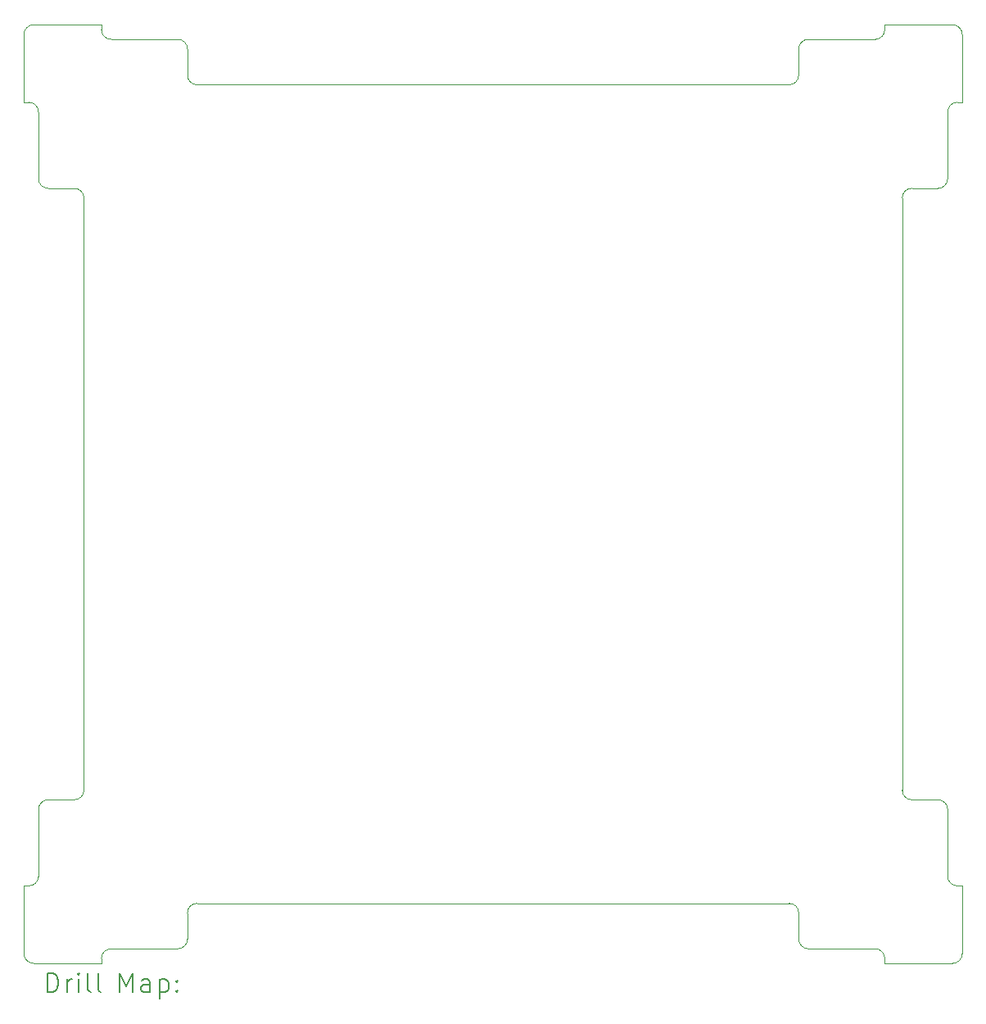
<source format=gbr>
%TF.GenerationSoftware,KiCad,Pcbnew,(7.0.0-0)*%
%TF.CreationDate,2023-03-17T23:56:31-04:00*%
%TF.ProjectId,bottom-adapter,626f7474-6f6d-42d6-9164-61707465722e,3*%
%TF.SameCoordinates,Original*%
%TF.FileFunction,Drillmap*%
%TF.FilePolarity,Positive*%
%FSLAX45Y45*%
G04 Gerber Fmt 4.5, Leading zero omitted, Abs format (unit mm)*
G04 Created by KiCad (PCBNEW (7.0.0-0)) date 2023-03-17 23:56:31*
%MOMM*%
%LPD*%
G01*
G04 APERTURE LIST*
%ADD10C,0.100000*%
%ADD11C,0.200000*%
G04 APERTURE END LIST*
D10*
X7520000Y-13010000D02*
G75*
G03*
X7620000Y-12910000I0J100000D01*
G01*
X7250000Y-13010000D02*
G75*
G03*
X7150000Y-13110000I0J-100000D01*
G01*
X16180000Y-6690000D02*
G75*
G03*
X16080000Y-6790000I0J-100000D01*
G01*
X16700000Y-5800000D02*
X16700000Y-5100000D01*
X16700000Y-5800000D02*
X16650000Y-5800000D01*
X8690000Y-5520000D02*
G75*
G03*
X8790000Y-5620000I100000J0D01*
G01*
X15900000Y-5000000D02*
X16600000Y-5000000D01*
X16550000Y-13800000D02*
G75*
G03*
X16650000Y-13900000I100000J0D01*
G01*
X7000000Y-14600000D02*
G75*
G03*
X7100000Y-14700000I100000J0D01*
G01*
X14910000Y-14080000D02*
X8790000Y-14080000D01*
X16600000Y-14700000D02*
G75*
G03*
X16700000Y-14600000I0J100000D01*
G01*
X7900000Y-14550000D02*
G75*
G03*
X7800000Y-14650000I0J-100000D01*
G01*
X15900000Y-14650000D02*
G75*
G03*
X15800000Y-14550000I-100000J0D01*
G01*
X7000000Y-13900000D02*
X7000000Y-14600000D01*
X16550000Y-13110000D02*
G75*
G03*
X16450000Y-13010000I-100000J0D01*
G01*
X7050000Y-5800000D02*
X7000000Y-5800000D01*
X15010000Y-14180000D02*
X15010000Y-14450000D01*
X8790000Y-5620000D02*
X14910000Y-5620000D01*
X7150000Y-6590000D02*
G75*
G03*
X7250000Y-6690000I100000J0D01*
G01*
X7800000Y-14700000D02*
X7100000Y-14700000D01*
X16600000Y-14700000D02*
X15900000Y-14700000D01*
X16650000Y-13900000D02*
X16700000Y-13900000D01*
X15800000Y-5150000D02*
G75*
G03*
X15900000Y-5050000I0J100000D01*
G01*
X16080000Y-6790000D02*
X16080000Y-12910000D01*
X8590000Y-14550000D02*
X7900000Y-14550000D01*
X7520000Y-13010000D02*
X7250000Y-13010000D01*
X16550000Y-5900000D02*
X16550000Y-6590000D01*
X15010000Y-5520000D02*
X15010000Y-5250000D01*
X14910000Y-5620000D02*
G75*
G03*
X15010000Y-5520000I0J100000D01*
G01*
X8690000Y-14180000D02*
X8690000Y-14450000D01*
X15800000Y-14550000D02*
X15110000Y-14550000D01*
X8790000Y-14080000D02*
G75*
G03*
X8690000Y-14180000I0J-100000D01*
G01*
X7520000Y-6690000D02*
X7250000Y-6690000D01*
X7800000Y-5050000D02*
G75*
G03*
X7900000Y-5150000I100000J0D01*
G01*
X16180000Y-13010000D02*
X16450000Y-13010000D01*
X16700000Y-5100000D02*
G75*
G03*
X16600000Y-5000000I-100000J0D01*
G01*
X7900000Y-5150000D02*
X8590000Y-5150000D01*
X7150000Y-13110000D02*
X7150000Y-13800000D01*
X16180000Y-6690000D02*
X16450000Y-6690000D01*
X15900000Y-5000000D02*
X15900000Y-5050000D01*
X8590000Y-14550000D02*
G75*
G03*
X8690000Y-14450000I0J100000D01*
G01*
X7800000Y-5050000D02*
X7800000Y-5000000D01*
X7000000Y-13900000D02*
X7050000Y-13900000D01*
X7150000Y-5900000D02*
G75*
G03*
X7050000Y-5800000I-100000J0D01*
G01*
X16080000Y-12910000D02*
G75*
G03*
X16180000Y-13010000I100000J0D01*
G01*
X16650000Y-5800000D02*
G75*
G03*
X16550000Y-5900000I0J-100000D01*
G01*
X7620000Y-12910000D02*
X7620000Y-6790000D01*
X8690000Y-5520000D02*
X8690000Y-5250000D01*
X7000000Y-5100000D02*
X7000000Y-5800000D01*
X15800000Y-5150000D02*
X15110000Y-5150000D01*
X7150000Y-5900000D02*
X7150000Y-6590000D01*
X8690000Y-5250000D02*
G75*
G03*
X8590000Y-5150000I-100000J0D01*
G01*
X16450000Y-6690000D02*
G75*
G03*
X16550000Y-6590000I0J100000D01*
G01*
X15010000Y-14180000D02*
G75*
G03*
X14910000Y-14080000I-100000J0D01*
G01*
X15900000Y-14650000D02*
X15900000Y-14700000D01*
X7050000Y-13900000D02*
G75*
G03*
X7150000Y-13800000I0J100000D01*
G01*
X15010000Y-14450000D02*
G75*
G03*
X15110000Y-14550000I100000J0D01*
G01*
X15110000Y-5150000D02*
G75*
G03*
X15010000Y-5250000I0J-100000D01*
G01*
X16550000Y-13110000D02*
X16550000Y-13800000D01*
X7100000Y-5000000D02*
G75*
G03*
X7000000Y-5100000I0J-100000D01*
G01*
X7800000Y-5000000D02*
X7100000Y-5000000D01*
X16700000Y-13900000D02*
X16700000Y-14600000D01*
X7620000Y-6790000D02*
G75*
G03*
X7520000Y-6690000I-100000J0D01*
G01*
X7800000Y-14700000D02*
X7800000Y-14650000D01*
D11*
X7242619Y-14998476D02*
X7242619Y-14798476D01*
X7242619Y-14798476D02*
X7290238Y-14798476D01*
X7290238Y-14798476D02*
X7318809Y-14808000D01*
X7318809Y-14808000D02*
X7337857Y-14827048D01*
X7337857Y-14827048D02*
X7347381Y-14846095D01*
X7347381Y-14846095D02*
X7356905Y-14884190D01*
X7356905Y-14884190D02*
X7356905Y-14912762D01*
X7356905Y-14912762D02*
X7347381Y-14950857D01*
X7347381Y-14950857D02*
X7337857Y-14969905D01*
X7337857Y-14969905D02*
X7318809Y-14988952D01*
X7318809Y-14988952D02*
X7290238Y-14998476D01*
X7290238Y-14998476D02*
X7242619Y-14998476D01*
X7442619Y-14998476D02*
X7442619Y-14865143D01*
X7442619Y-14903238D02*
X7452143Y-14884190D01*
X7452143Y-14884190D02*
X7461667Y-14874667D01*
X7461667Y-14874667D02*
X7480714Y-14865143D01*
X7480714Y-14865143D02*
X7499762Y-14865143D01*
X7566428Y-14998476D02*
X7566428Y-14865143D01*
X7566428Y-14798476D02*
X7556905Y-14808000D01*
X7556905Y-14808000D02*
X7566428Y-14817524D01*
X7566428Y-14817524D02*
X7575952Y-14808000D01*
X7575952Y-14808000D02*
X7566428Y-14798476D01*
X7566428Y-14798476D02*
X7566428Y-14817524D01*
X7690238Y-14998476D02*
X7671190Y-14988952D01*
X7671190Y-14988952D02*
X7661667Y-14969905D01*
X7661667Y-14969905D02*
X7661667Y-14798476D01*
X7795000Y-14998476D02*
X7775952Y-14988952D01*
X7775952Y-14988952D02*
X7766428Y-14969905D01*
X7766428Y-14969905D02*
X7766428Y-14798476D01*
X7991190Y-14998476D02*
X7991190Y-14798476D01*
X7991190Y-14798476D02*
X8057857Y-14941333D01*
X8057857Y-14941333D02*
X8124524Y-14798476D01*
X8124524Y-14798476D02*
X8124524Y-14998476D01*
X8305476Y-14998476D02*
X8305476Y-14893714D01*
X8305476Y-14893714D02*
X8295952Y-14874667D01*
X8295952Y-14874667D02*
X8276905Y-14865143D01*
X8276905Y-14865143D02*
X8238809Y-14865143D01*
X8238809Y-14865143D02*
X8219762Y-14874667D01*
X8305476Y-14988952D02*
X8286428Y-14998476D01*
X8286428Y-14998476D02*
X8238809Y-14998476D01*
X8238809Y-14998476D02*
X8219762Y-14988952D01*
X8219762Y-14988952D02*
X8210238Y-14969905D01*
X8210238Y-14969905D02*
X8210238Y-14950857D01*
X8210238Y-14950857D02*
X8219762Y-14931809D01*
X8219762Y-14931809D02*
X8238809Y-14922286D01*
X8238809Y-14922286D02*
X8286428Y-14922286D01*
X8286428Y-14922286D02*
X8305476Y-14912762D01*
X8400714Y-14865143D02*
X8400714Y-15065143D01*
X8400714Y-14874667D02*
X8419762Y-14865143D01*
X8419762Y-14865143D02*
X8457857Y-14865143D01*
X8457857Y-14865143D02*
X8476905Y-14874667D01*
X8476905Y-14874667D02*
X8486429Y-14884190D01*
X8486429Y-14884190D02*
X8495952Y-14903238D01*
X8495952Y-14903238D02*
X8495952Y-14960381D01*
X8495952Y-14960381D02*
X8486429Y-14979428D01*
X8486429Y-14979428D02*
X8476905Y-14988952D01*
X8476905Y-14988952D02*
X8457857Y-14998476D01*
X8457857Y-14998476D02*
X8419762Y-14998476D01*
X8419762Y-14998476D02*
X8400714Y-14988952D01*
X8581667Y-14979428D02*
X8591190Y-14988952D01*
X8591190Y-14988952D02*
X8581667Y-14998476D01*
X8581667Y-14998476D02*
X8572143Y-14988952D01*
X8572143Y-14988952D02*
X8581667Y-14979428D01*
X8581667Y-14979428D02*
X8581667Y-14998476D01*
X8581667Y-14874667D02*
X8591190Y-14884190D01*
X8591190Y-14884190D02*
X8581667Y-14893714D01*
X8581667Y-14893714D02*
X8572143Y-14884190D01*
X8572143Y-14884190D02*
X8581667Y-14874667D01*
X8581667Y-14874667D02*
X8581667Y-14893714D01*
M02*

</source>
